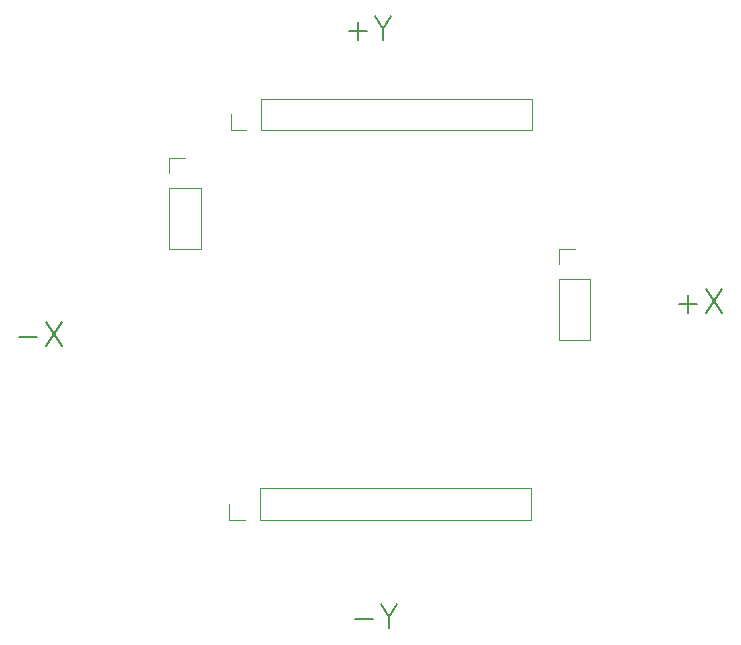
<source format=gto>
%TF.GenerationSoftware,KiCad,Pcbnew,(6.0.6)*%
%TF.CreationDate,2022-07-20T12:02:56+02:00*%
%TF.ProjectId,low_freq_board,6c6f775f-6672-4657-915f-626f6172642e,rev?*%
%TF.SameCoordinates,PX4f27ac0PY57bcf00*%
%TF.FileFunction,Legend,Top*%
%TF.FilePolarity,Positive*%
%FSLAX46Y46*%
G04 Gerber Fmt 4.6, Leading zero omitted, Abs format (unit mm)*
G04 Created by KiCad (PCBNEW (6.0.6)) date 2022-07-20 12:02:56*
%MOMM*%
%LPD*%
G01*
G04 APERTURE LIST*
%ADD10C,0.203000*%
%ADD11C,0.120000*%
G04 APERTURE END LIST*
D10*
X17379759Y43537858D02*
X18927950Y43537858D01*
X18153854Y42763762D02*
X18153854Y44311953D01*
X20282616Y43731381D02*
X20282616Y42763762D01*
X19605283Y44795762D02*
X20282616Y43731381D01*
X20959950Y44795762D01*
X45319759Y20423858D02*
X46867950Y20423858D01*
X46093854Y19649762D02*
X46093854Y21197953D01*
X47642045Y21681762D02*
X48996711Y19649762D01*
X48996711Y21681762D02*
X47642045Y19649762D01*
X17887759Y-6246142D02*
X19435950Y-6246142D01*
X20790616Y-6052619D02*
X20790616Y-7020238D01*
X20113283Y-4988238D02*
X20790616Y-6052619D01*
X21467950Y-4988238D01*
X-10560241Y17629858D02*
X-9012050Y17629858D01*
X-8237955Y18887762D02*
X-6883289Y16855762D01*
X-6883289Y18887762D02*
X-8237955Y16855762D01*
D11*
%TO.C,J3*%
X32759997Y2169999D02*
X32759997Y4829999D01*
X8569997Y2169999D02*
X7239997Y2169999D01*
X9839997Y2169999D02*
X32759997Y2169999D01*
X7239997Y2169999D02*
X7239997Y3499999D01*
X9839997Y2169999D02*
X9839997Y4829999D01*
X9839997Y4829999D02*
X32759997Y4829999D01*
%TO.C,J4*%
X2170000Y31500000D02*
X2170000Y32830000D01*
X2170000Y25090000D02*
X4830000Y25090000D01*
X4830000Y30230000D02*
X4830000Y25090000D01*
X2170000Y30230000D02*
X4830000Y30230000D01*
X2170000Y30230000D02*
X2170000Y25090000D01*
X2170000Y32830000D02*
X3500000Y32830000D01*
%TO.C,J1*%
X9970000Y37830000D02*
X32890000Y37830000D01*
X7370000Y35170000D02*
X7370000Y36500000D01*
X9970000Y35170000D02*
X9970000Y37830000D01*
X9970000Y35170000D02*
X32890000Y35170000D01*
X8700000Y35170000D02*
X7370000Y35170000D01*
X32890000Y35170000D02*
X32890000Y37830000D01*
%TO.C,J2*%
X37830000Y22530000D02*
X37830000Y17390000D01*
X35170000Y23800000D02*
X35170000Y25130000D01*
X35170000Y22530000D02*
X35170000Y17390000D01*
X35170000Y25130000D02*
X36500000Y25130000D01*
X35170000Y17390000D02*
X37830000Y17390000D01*
X35170000Y22530000D02*
X37830000Y22530000D01*
%TD*%
M02*

</source>
